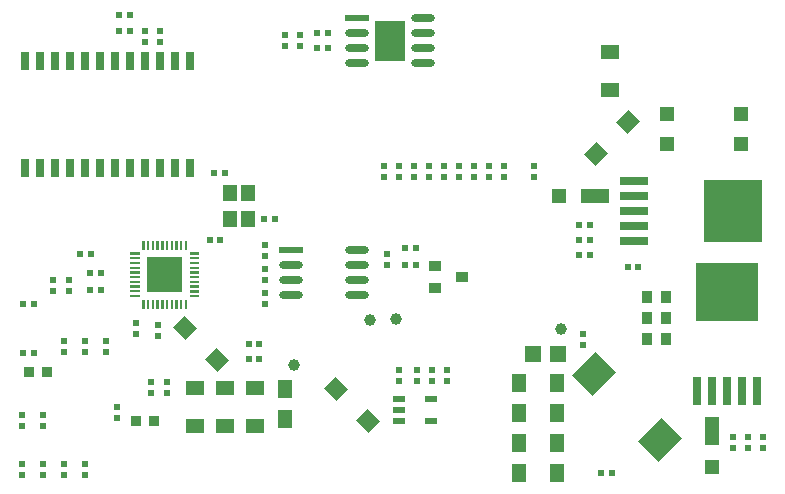
<source format=gtp>
%FSLAX44Y44*%
%MOMM*%
G71*
G01*
G75*
G04 Layer_Color=8421504*
%ADD10R,0.6000X0.5000*%
%ADD11R,1.6000X1.2000*%
%ADD12R,0.5000X0.6000*%
%ADD13R,2.6200X3.5100*%
%ADD14O,2.0320X0.6096*%
%ADD15R,2.0320X0.6096*%
%ADD16R,1.2000X1.2500*%
%ADD17R,2.4000X1.2500*%
G04:AMPARAMS|DCode=18|XSize=1.5mm|YSize=1.4mm|CornerRadius=0mm|HoleSize=0mm|Usage=FLASHONLY|Rotation=45.000|XOffset=0mm|YOffset=0mm|HoleType=Round|Shape=Rectangle|*
%AMROTATEDRECTD18*
4,1,4,-0.0354,-1.0253,-1.0253,-0.0354,0.0354,1.0253,1.0253,0.0354,-0.0354,-1.0253,0.0*
%
%ADD18ROTATEDRECTD18*%

%ADD19R,1.2000X1.2000*%
%ADD20R,2.4000X0.8000*%
%ADD21R,5.0000X5.3000*%
%ADD22R,0.2000X0.8000*%
%ADD23R,0.1990X0.8000*%
%ADD24R,0.8000X0.2000*%
%ADD25R,0.8000X0.1990*%
%ADD26R,3.7000X3.7000*%
%ADD27R,0.8128X0.8128*%
%ADD28C,1.0000*%
%ADD29R,1.2954X1.6002*%
%ADD30R,0.7600X1.5600*%
%ADD31R,1.0668X0.8128*%
%ADD32R,1.2000X1.6000*%
G04:AMPARAMS|DCode=33|XSize=1.5mm|YSize=1.4mm|CornerRadius=0mm|HoleSize=0mm|Usage=FLASHONLY|Rotation=135.000|XOffset=0mm|YOffset=0mm|HoleType=Round|Shape=Rectangle|*
%AMROTATEDRECTD33*
4,1,4,1.0253,-0.0354,0.0354,-1.0253,-1.0253,0.0354,-0.0354,1.0253,1.0253,-0.0354,0.0*
%
%ADD33ROTATEDRECTD33*%

%ADD34R,1.1000X0.5000*%
%ADD35R,0.8890X1.0160*%
%ADD36R,1.3970X1.3970*%
%ADD37R,1.2000X1.4000*%
%ADD38R,1.2500X1.2000*%
%ADD39R,1.2500X2.4000*%
%ADD40R,0.8000X2.4000*%
%ADD41R,5.3000X5.0000*%
G04:AMPARAMS|DCode=42|XSize=2.4mm|YSize=2.8mm|CornerRadius=0mm|HoleSize=0mm|Usage=FLASHONLY|Rotation=135.000|XOffset=0mm|YOffset=0mm|HoleType=Round|Shape=Rectangle|*
%AMROTATEDRECTD42*
4,1,4,1.8385,0.1414,-0.1414,-1.8385,-1.8385,-0.1414,0.1414,1.8385,1.8385,0.1414,0.0*
%
%ADD42ROTATEDRECTD42*%

%ADD43C,0.2540*%
%ADD44C,0.1780*%
%ADD45C,0.6000*%
%ADD46C,4.1200*%
%ADD47C,0.4000*%
%ADD48C,0.3000*%
%ADD49C,0.2000*%
%ADD50C,0.2543*%
%ADD51C,1.0000*%
%ADD52C,0.1270*%
%ADD53C,0.8000*%
%ADD54C,0.1800*%
%ADD55C,1.2540*%
%ADD56C,2.8000*%
%ADD57C,4.5000*%
%ADD58C,1.8000*%
%ADD59R,1.8000X1.8000*%
G04:AMPARAMS|DCode=60|XSize=4mm|YSize=4mm|CornerRadius=2mm|HoleSize=0mm|Usage=FLASHONLY|Rotation=0.000|XOffset=0mm|YOffset=0mm|HoleType=Round|Shape=RoundedRectangle|*
%AMROUNDEDRECTD60*
21,1,4.0000,0.0000,0,0,0.0*
21,1,0.0000,4.0000,0,0,0.0*
1,1,4.0000,0.0000,0.0000*
1,1,4.0000,0.0000,0.0000*
1,1,4.0000,0.0000,0.0000*
1,1,4.0000,0.0000,0.0000*
%
%ADD60ROUNDEDRECTD60*%
%ADD61R,1.0000X1.0000*%
%ADD62C,1.3500*%
%ADD63R,1.3500X1.3500*%
%ADD64C,2.5400*%
%ADD65O,1.0160X1.5240*%
%ADD66R,1.0668X1.5240*%
%ADD67C,0.5000*%
%ADD68R,1.0729X7.6713*%
%ADD69C,2.0000*%
%ADD70R,8.9783X5.0800*%
%ADD71R,0.8128X0.8128*%
%ADD72R,0.8128X1.0668*%
%ADD73C,3.0000*%
%ADD74C,1.6000*%
%ADD75R,9.1983X4.5380*%
%ADD76C,0.1200*%
%ADD77C,0.1999*%
%ADD78C,0.1250*%
%ADD79C,0.1524*%
%ADD80C,0.2032*%
G36*
X151726Y215599D02*
Y213599D01*
X143726D01*
Y215599D01*
X151726Y215599D01*
D02*
G37*
G36*
X187520Y213800D02*
X157920D01*
Y243400D01*
X187520D01*
Y213800D01*
D02*
G37*
G36*
X201714Y213598D02*
X193714Y213598D01*
Y215598D01*
X201714D01*
Y213598D01*
D02*
G37*
G36*
Y209597D02*
X193714D01*
Y211597D01*
X201714D01*
Y209597D01*
D02*
G37*
G36*
X151726Y209599D02*
X143726D01*
Y211599D01*
X151726D01*
X151726Y209599D01*
D02*
G37*
G36*
X151727Y221600D02*
X143726D01*
Y223601D01*
X151727D01*
Y221600D01*
D02*
G37*
G36*
X201714Y225599D02*
X193714Y225599D01*
Y227599D01*
X201714D01*
Y225599D01*
D02*
G37*
G36*
X201715Y221599D02*
X193714D01*
Y223599D01*
X201715D01*
Y221599D01*
D02*
G37*
G36*
X201714Y217599D02*
X193714D01*
X193714Y219599D01*
X201714D01*
Y217599D01*
D02*
G37*
G36*
X151726Y217600D02*
X143726D01*
Y219600D01*
X151726D01*
Y217600D01*
D02*
G37*
G36*
X159719Y199606D02*
X157719D01*
Y207606D01*
X159719Y207606D01*
Y199606D01*
D02*
G37*
G36*
X163720D02*
X161720D01*
Y207606D01*
X163720D01*
Y199606D01*
D02*
G37*
G36*
X155719Y207606D02*
Y199606D01*
X153719D01*
Y207606D01*
X155719Y207606D01*
D02*
G37*
G36*
X167721Y199606D02*
X165721D01*
X165721Y207606D01*
X167721D01*
Y199606D01*
D02*
G37*
G36*
X183720D02*
X181720D01*
X181720Y207606D01*
X183720D01*
Y199606D01*
D02*
G37*
G36*
X187721Y207606D02*
Y199606D01*
X185721D01*
Y207606D01*
X187721Y207606D01*
D02*
G37*
G36*
X191721Y199606D02*
X189721D01*
Y207606D01*
X191721D01*
X191721Y199606D01*
D02*
G37*
G36*
X179719D02*
X177719D01*
Y207606D01*
X179719D01*
Y199606D01*
D02*
G37*
G36*
X171721D02*
X169720D01*
Y207606D01*
X171721D01*
Y199606D01*
D02*
G37*
G36*
X175719Y207606D02*
Y199606D01*
X173719D01*
Y207606D01*
X175719Y207606D01*
D02*
G37*
G36*
X151726Y225600D02*
X143726Y225600D01*
Y227600D01*
X151726D01*
Y225600D01*
D02*
G37*
G36*
X179719Y249593D02*
X177719D01*
Y257593D01*
X179719D01*
Y249593D01*
D02*
G37*
G36*
X187721D02*
X185721D01*
Y257594D01*
X187721D01*
Y249593D01*
D02*
G37*
G36*
X175719D02*
X173719D01*
Y257594D01*
X175719D01*
Y249593D01*
D02*
G37*
G36*
X167721Y249593D02*
X165721D01*
Y257593D01*
X167721D01*
Y249593D01*
D02*
G37*
G36*
X183720D02*
X181720D01*
Y257594D01*
X183720D01*
Y249593D01*
D02*
G37*
G36*
X171721Y249594D02*
X169720D01*
Y257594D01*
X171721D01*
Y249594D01*
D02*
G37*
G36*
X191721D02*
X189721D01*
Y257594D01*
X191721D01*
X191721Y249594D01*
D02*
G37*
G36*
X163720D02*
X161720D01*
Y257594D01*
X163720D01*
Y249594D01*
D02*
G37*
G36*
X155719D02*
X153719Y249594D01*
Y257594D01*
X155719D01*
Y249594D01*
D02*
G37*
G36*
X159719Y249594D02*
X157719Y249594D01*
Y257594D01*
X159719D01*
Y249594D01*
D02*
G37*
G36*
X151726Y233598D02*
X143726D01*
Y235599D01*
X151726D01*
X151726Y233598D01*
D02*
G37*
G36*
X201715Y237599D02*
X193714D01*
Y239599D01*
X201715Y239599D01*
Y237599D01*
D02*
G37*
G36*
X201714Y233598D02*
X193714D01*
Y235598D01*
X201714D01*
Y233598D01*
D02*
G37*
G36*
Y229598D02*
X193714D01*
Y231598D01*
X201714D01*
Y229598D01*
D02*
G37*
G36*
X151726Y229599D02*
X143726D01*
Y231599D01*
X151726D01*
X151726Y229599D01*
D02*
G37*
G36*
X201714Y245600D02*
X193714Y245600D01*
Y247600D01*
X201714D01*
Y245600D01*
D02*
G37*
G36*
X151726Y245600D02*
X143726Y245600D01*
Y247601D01*
X151726D01*
Y245600D01*
D02*
G37*
G36*
X151726Y241600D02*
X143726Y241600D01*
Y243600D01*
X151726D01*
Y241600D01*
D02*
G37*
G36*
X151727Y237600D02*
X143726D01*
Y239600D01*
X151727D01*
Y237600D01*
D02*
G37*
G36*
X201714Y241599D02*
X193714D01*
Y243599D01*
X201714D01*
Y241599D01*
D02*
G37*
D10*
X485140Y320730D02*
D03*
Y311730D02*
D03*
X459740Y320730D02*
D03*
Y311730D02*
D03*
X447040Y311730D02*
D03*
Y320730D02*
D03*
X434340Y311730D02*
D03*
Y320730D02*
D03*
X421640Y311730D02*
D03*
Y320730D02*
D03*
X408940Y311730D02*
D03*
Y320730D02*
D03*
X396240Y311730D02*
D03*
Y320730D02*
D03*
X383540Y311730D02*
D03*
Y320730D02*
D03*
X370840Y311730D02*
D03*
Y320730D02*
D03*
X358140Y311730D02*
D03*
Y320730D02*
D03*
X274320Y422220D02*
D03*
Y431220D02*
D03*
X287020Y422220D02*
D03*
Y431220D02*
D03*
X91440Y224210D02*
D03*
Y215210D02*
D03*
X78050D02*
D03*
Y224210D02*
D03*
X257810Y253420D02*
D03*
Y244420D02*
D03*
Y233100D02*
D03*
Y224100D02*
D03*
X161290Y137735D02*
D03*
Y128735D02*
D03*
X87630Y68000D02*
D03*
Y59000D02*
D03*
X411480Y139010D02*
D03*
Y148010D02*
D03*
X398780D02*
D03*
Y139010D02*
D03*
X386080Y148010D02*
D03*
Y139010D02*
D03*
X371310Y148010D02*
D03*
Y139010D02*
D03*
X87630Y163140D02*
D03*
Y172140D02*
D03*
X148590Y187380D02*
D03*
Y178380D02*
D03*
X166721Y186110D02*
D03*
Y177110D02*
D03*
X52070Y68000D02*
D03*
Y59000D02*
D03*
X69850Y68000D02*
D03*
Y59000D02*
D03*
X105410D02*
D03*
Y68000D02*
D03*
X132080Y116260D02*
D03*
Y107260D02*
D03*
X123190Y172140D02*
D03*
Y163140D02*
D03*
X105410Y172140D02*
D03*
Y163140D02*
D03*
X52070Y100649D02*
D03*
Y109650D02*
D03*
X70045Y100649D02*
D03*
Y109650D02*
D03*
X527050Y169490D02*
D03*
Y178490D02*
D03*
X174719Y137850D02*
D03*
Y128850D02*
D03*
X257810Y203780D02*
D03*
Y212780D02*
D03*
X360680Y236800D02*
D03*
Y245800D02*
D03*
X653530Y82197D02*
D03*
Y91197D02*
D03*
X666230Y82197D02*
D03*
Y91197D02*
D03*
X678930D02*
D03*
Y82197D02*
D03*
X168910Y435030D02*
D03*
Y426030D02*
D03*
X156210Y435030D02*
D03*
Y426030D02*
D03*
D11*
X549910Y417320D02*
D03*
Y385320D02*
D03*
X249500Y100840D02*
D03*
Y132840D02*
D03*
X223520Y100840D02*
D03*
Y132840D02*
D03*
X198120Y100840D02*
D03*
Y132840D02*
D03*
D12*
X301570Y433410D02*
D03*
X310570D02*
D03*
X301570Y420710D02*
D03*
X310570D02*
D03*
X523820Y245110D02*
D03*
X532820D02*
D03*
X523820Y257810D02*
D03*
X532820D02*
D03*
Y270510D02*
D03*
X523820D02*
D03*
X52650Y203835D02*
D03*
X61650D02*
D03*
X52650Y162560D02*
D03*
X61650D02*
D03*
X573601Y234950D02*
D03*
X564601D02*
D03*
X376500Y236560D02*
D03*
X385500D02*
D03*
X243800Y169825D02*
D03*
X252800D02*
D03*
X118800Y215900D02*
D03*
X109800D02*
D03*
X118800Y229870D02*
D03*
X109800D02*
D03*
X243800Y157125D02*
D03*
X252800D02*
D03*
X223612Y314960D02*
D03*
X214612D02*
D03*
X257120Y276020D02*
D03*
X266120D02*
D03*
X542035Y60960D02*
D03*
X551035D02*
D03*
X109910Y246380D02*
D03*
X100910D02*
D03*
X219625Y257810D02*
D03*
X210625D02*
D03*
X133980Y435030D02*
D03*
X142980D02*
D03*
X133930Y448310D02*
D03*
X142930D02*
D03*
X385500Y251460D02*
D03*
X376500D02*
D03*
D13*
X363220Y426720D02*
D03*
D14*
X391300Y446110D02*
D03*
Y433410D02*
D03*
Y420710D02*
D03*
Y408010D02*
D03*
X335420D02*
D03*
Y420710D02*
D03*
Y433410D02*
D03*
Y249261D02*
D03*
Y236560D02*
D03*
Y223860D02*
D03*
Y211161D02*
D03*
X279540D02*
D03*
Y223860D02*
D03*
Y236560D02*
D03*
D15*
X335420Y446110D02*
D03*
X279540Y249261D02*
D03*
D16*
X506387Y295545D02*
D03*
D17*
X537137D02*
D03*
D18*
X564680Y357670D02*
D03*
X537680Y330670D02*
D03*
D19*
X660380Y339446D02*
D03*
Y364846D02*
D03*
X598380D02*
D03*
Y339446D02*
D03*
D20*
X570140Y257445D02*
D03*
Y270145D02*
D03*
Y282845D02*
D03*
Y295545D02*
D03*
Y308245D02*
D03*
D21*
X654140Y282845D02*
D03*
D27*
X73310Y146050D02*
D03*
X58071D02*
D03*
X148590Y104830D02*
D03*
X163830D02*
D03*
D28*
X281940Y152400D02*
D03*
X508000Y182880D02*
D03*
X368300Y191041D02*
D03*
X346595Y190500D02*
D03*
D29*
X274320Y106680D02*
D03*
Y132080D02*
D03*
D30*
X54610Y319240D02*
D03*
X67310D02*
D03*
X80010D02*
D03*
X92710D02*
D03*
X105410D02*
D03*
X118110D02*
D03*
X130810D02*
D03*
X143510D02*
D03*
X156210D02*
D03*
X168910D02*
D03*
X181610D02*
D03*
X67310Y409740D02*
D03*
X54610D02*
D03*
X105410D02*
D03*
X92710D02*
D03*
X80010D02*
D03*
X143510D02*
D03*
X130810D02*
D03*
X118110D02*
D03*
X156210D02*
D03*
X168910D02*
D03*
X194310Y319240D02*
D03*
X181610Y409740D02*
D03*
X194310D02*
D03*
D31*
X401206Y236189D02*
D03*
Y217114D02*
D03*
X424142Y226652D02*
D03*
D32*
X472950Y111760D02*
D03*
X504950D02*
D03*
Y137160D02*
D03*
X472950D02*
D03*
Y86360D02*
D03*
X504950D02*
D03*
Y60960D02*
D03*
X472950D02*
D03*
D33*
X317970Y131610D02*
D03*
X344970Y104610D02*
D03*
X190091Y183325D02*
D03*
X217091Y156325D02*
D03*
D34*
X398310Y123800D02*
D03*
Y104800D02*
D03*
X371310D02*
D03*
Y114300D02*
D03*
Y123800D02*
D03*
D35*
X597281Y209550D02*
D03*
X581279D02*
D03*
Y191770D02*
D03*
X597281D02*
D03*
X581279Y173990D02*
D03*
X597281D02*
D03*
D36*
X484505Y161579D02*
D03*
X506095D02*
D03*
D37*
X228126Y298020D02*
D03*
Y276020D02*
D03*
X243126D02*
D03*
Y298020D02*
D03*
D38*
X635750Y65657D02*
D03*
D39*
Y96407D02*
D03*
D40*
X673850Y129787D02*
D03*
X661150D02*
D03*
X648450D02*
D03*
X635750D02*
D03*
X623050D02*
D03*
D41*
X648450Y213787D02*
D03*
D42*
X536257Y144840D02*
D03*
X592257Y88840D02*
D03*
M02*

</source>
